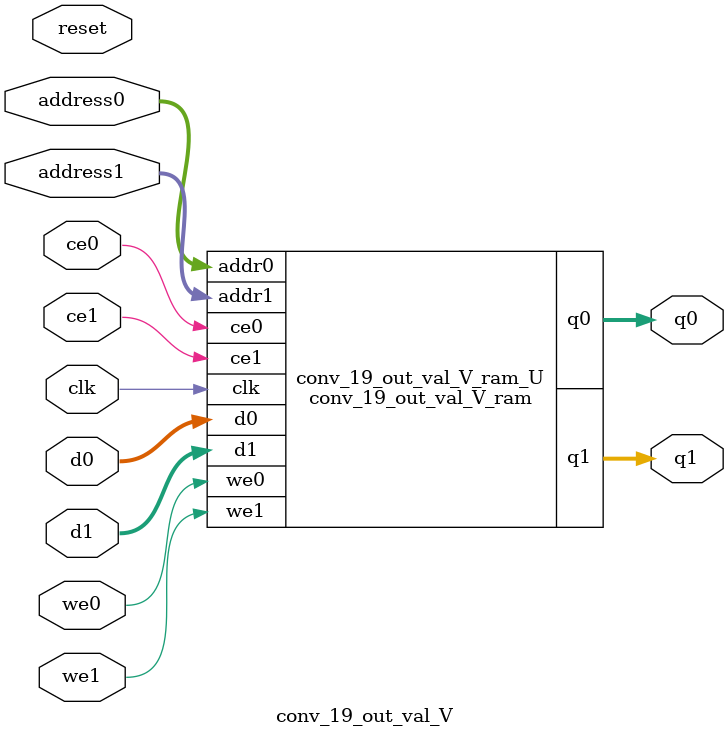
<source format=v>

`timescale 1 ns / 1 ps
module conv_19_out_val_V_ram (addr0, ce0, d0, we0, q0, addr1, ce1, d1, we1, q1,  clk);

parameter DWIDTH = 16;
parameter AWIDTH = 6;
parameter MEM_SIZE = 64;

input[AWIDTH-1:0] addr0;
input ce0;
input[DWIDTH-1:0] d0;
input we0;
output reg[DWIDTH-1:0] q0;
input[AWIDTH-1:0] addr1;
input ce1;
input[DWIDTH-1:0] d1;
input we1;
output reg[DWIDTH-1:0] q1;
input clk;

(* ram_style = "block" *)reg [DWIDTH-1:0] ram[0:MEM_SIZE-1];




always @(posedge clk)  
begin 
    if (ce0) 
    begin
        if (we0) 
        begin 
            ram[addr0] <= d0; 
            q0 <= d0;
        end 
        else 
            q0 <= ram[addr0];
    end
end


always @(posedge clk)  
begin 
    if (ce1) 
    begin
        if (we1) 
        begin 
            ram[addr1] <= d1; 
            q1 <= d1;
        end 
        else 
            q1 <= ram[addr1];
    end
end


endmodule


`timescale 1 ns / 1 ps
module conv_19_out_val_V(
    reset,
    clk,
    address0,
    ce0,
    we0,
    d0,
    q0,
    address1,
    ce1,
    we1,
    d1,
    q1);

parameter DataWidth = 32'd16;
parameter AddressRange = 32'd64;
parameter AddressWidth = 32'd6;
input reset;
input clk;
input[AddressWidth - 1:0] address0;
input ce0;
input we0;
input[DataWidth - 1:0] d0;
output[DataWidth - 1:0] q0;
input[AddressWidth - 1:0] address1;
input ce1;
input we1;
input[DataWidth - 1:0] d1;
output[DataWidth - 1:0] q1;



conv_19_out_val_V_ram conv_19_out_val_V_ram_U(
    .clk( clk ),
    .addr0( address0 ),
    .ce0( ce0 ),
    .d0( d0 ),
    .we0( we0 ),
    .q0( q0 ),
    .addr1( address1 ),
    .ce1( ce1 ),
    .d1( d1 ),
    .we1( we1 ),
    .q1( q1 ));

endmodule


</source>
